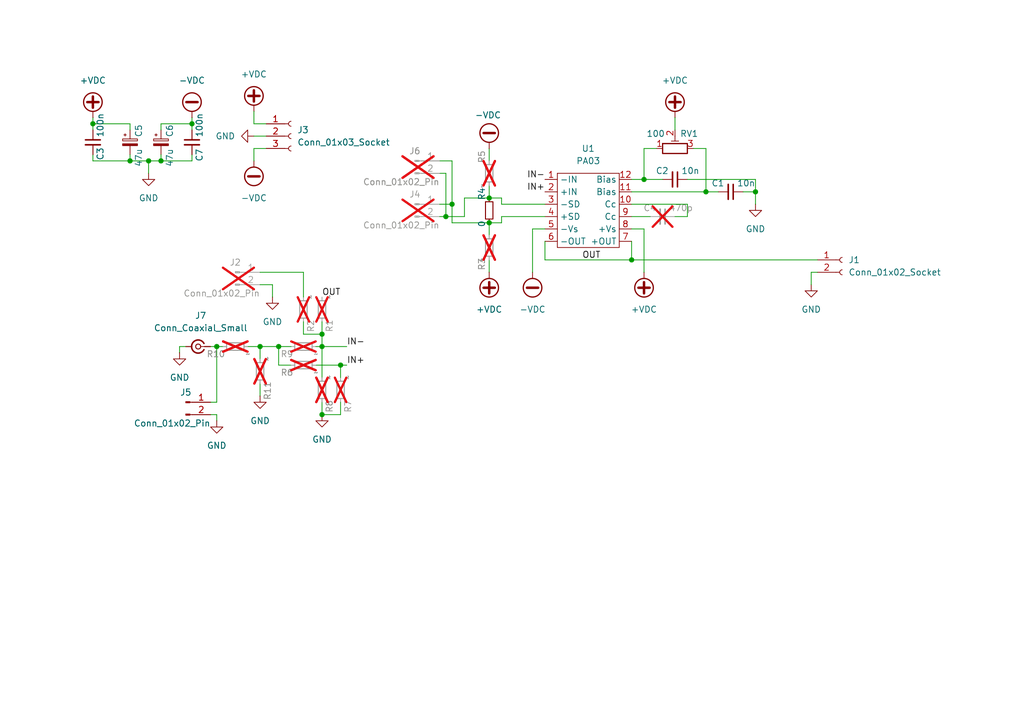
<source format=kicad_sch>
(kicad_sch (version 20231120) (generator "eeschema") (generator_version "8.0")
  (paper "A5")
  (title_block (title "PA03 Breakout Board") (date "2024-12-31") (rev "v1.0") (company "Peter Farley"))
  (lib_symbols
    (symbol "Connector:Conn_01x02_Pin" (pin_names (offset 1.016) hide)
      (property "Reference" "J" (at 0 2.54 0))
      (property "Value" "Conn_01x02_Pin" (at 0 -5.08 0))
      (symbol "Conn_01x02_Pin_1_1"
        (polyline (pts (xy 1.27 -2.54) (xy 0.8636 -2.54)) (stroke (width 0.1524)))
        (polyline (pts (xy 1.27 0) (xy 0.8636 0)) (stroke (width 0.1524)))
        (rectangle (start 0.8636 -2.413) (end 0 -2.667) (stroke (width 0.1524)) (fill (type outline)))
        (rectangle (start 0.8636 0.127) (end 0 -0.127) (stroke (width 0.1524)) (fill (type outline)))
        (pin passive line (at 5.08 0 180) (length 3.81) (name "Pin_1") (number "1"))
        (pin passive line (at 5.08 -2.54 180) (length 3.81) (name "Pin_2") (number "2"))
      )
    )
    (symbol "Connector:Conn_01x02_Socket" (pin_names (offset 1.016) hide)
      (property "Reference" "J" (at 0 2.54 0))
      (property "Value" "Conn_01x02_Socket" (at 0 -5.08 0))
      (symbol "Conn_01x02_Socket_1_1"
        (arc (start 0 -2.032) (mid -0.5058 -2.54) (end 0 -3.048) (stroke (width 0.1524)))
        (polyline (pts (xy -1.27 -2.54) (xy -0.508 -2.54)) (stroke (width 0.1524)))
        (polyline (pts (xy -1.27 0) (xy -0.508 0)) (stroke (width 0.1524)))
        (arc (start 0 0.508) (mid -0.5058 0) (end 0 -0.508) (stroke (width 0.1524)))
        (pin passive line (at -5.08 0 0) (length 3.81) (name "Pin_1") (number "1"))
        (pin passive line (at -5.08 -2.54 0) (length 3.81) (name "Pin_2") (number "2"))
      )
    )
    (symbol "Connector:Conn_01x03_Socket" (pin_names (offset 1.016) hide)
      (property "Reference" "J" (at 0 5.08 0))
      (property "Value" "Conn_01x03_Socket" (at 0 -5.08 0))
      (symbol "Conn_01x03_Socket_1_1"
        (arc (start 0 -2.032) (mid -0.5058 -2.54) (end 0 -3.048) (stroke (width 0.1524)))
        (polyline (pts (xy -1.27 -2.54) (xy -0.508 -2.54)) (stroke (width 0.1524)))
        (polyline (pts (xy -1.27 0) (xy -0.508 0)) (stroke (width 0.1524)))
        (polyline (pts (xy -1.27 2.54) (xy -0.508 2.54)) (stroke (width 0.1524)))
        (arc (start 0 0.508) (mid -0.5058 0) (end 0 -0.508) (stroke (width 0.1524)))
        (arc (start 0 3.048) (mid -0.5058 2.54) (end 0 2.032) (stroke (width 0.1524)))
        (pin passive line (at -5.08 2.54 0) (length 3.81) (name "Pin_1") (number "1"))
        (pin passive line (at -5.08 0 0) (length 3.81) (name "Pin_2") (number "2"))
        (pin passive line (at -5.08 -2.54 0) (length 3.81) (name "Pin_3") (number "3"))
      )
    )
    (symbol "Connector:Conn_Coaxial_Small" (pin_numbers hide) (pin_names (offset 1.016) hide)
      (property "Reference" "J" (at 0.254 3.048 0))
      (property "Value" "Conn_Coaxial_Small" (at 0 -3.81 0))
      (symbol "Conn_Coaxial_Small_0_1"
        (polyline (pts (xy -2.54 0) (xy -0.508 0)))
        (circle (center 0 0) (radius 0.508) (stroke (width 0.2032)))
      )
      (symbol "Conn_Coaxial_Small_1_1"
        (arc (start -1.1916 -0.6311) (mid 0.327 -1.3081) (end 1.3484 0.0039) (stroke (width 0.3048)))
        (arc (start 1.3484 -0.0039) (mid 0.327 1.3081) (end -1.1916 0.6311) (stroke (width 0.3048)))
        (pin passive line (at -2.54 0 0) (length 1.27) (name "In") (number "1"))
        (pin passive line (at 2.54 0 180) (length 1.27) (name "Ext") (number "2"))
      )
    )
    (symbol "Device:C_Polarized_Small" (pin_numbers hide) (pin_names (offset 0.254) hide)
      (property "Reference" "C" (at 0.254 1.778 0))
      (property "Value" "C_Polarized_Small" (at 0.254 -2.032 0))
      (symbol "C_Polarized_Small_0_1"
        (rectangle (start -1.524 -0.3048) (end 1.524 -0.6858) (fill (type outline)))
        (rectangle (start -1.524 0.6858) (end 1.524 0.3048))
        (polyline (pts (xy -1.27 1.524) (xy -0.762 1.524)))
        (polyline (pts (xy -1.016 1.27) (xy -1.016 1.778)))
      )
      (symbol "C_Polarized_Small_1_1"
        (pin passive line (at 0 2.54 270) (length 1.8542) (name "~") (number "1"))
        (pin passive line (at 0 -2.54 90) (length 1.8542) (name "~") (number "2"))
      )
    )
    (symbol "Device:C_Small" (pin_numbers hide) (pin_names (offset 0.254) hide)
      (property "Reference" "C" (at 0.254 1.778 0))
      (property "Value" "C_Small" (at 0.254 -2.032 0))
      (symbol "C_Small_0_1"
        (polyline (pts (xy -1.524 -0.508) (xy 1.524 -0.508)) (stroke (width 0.3302)))
        (polyline (pts (xy -1.524 0.508) (xy 1.524 0.508)) (stroke (width 0.3048)))
      )
      (symbol "C_Small_1_1"
        (pin passive line (at 0 2.54 270) (length 2.032) (name "~") (number "1"))
        (pin passive line (at 0 -2.54 90) (length 2.032) (name "~") (number "2"))
      )
    )
    (symbol "Device:R_Potentiometer_Trim" (pin_names (offset 1.016) hide)
      (property "Reference" "RV" (at -4.445 0 90))
      (property "Value" "R_Potentiometer_Trim" (at -2.54 0 90))
      (symbol "R_Potentiometer_Trim_0_1"
        (polyline (pts (xy 1.524 0.762) (xy 1.524 -0.762)))
        (polyline (pts (xy 2.54 0) (xy 1.524 0)))
        (rectangle (start 1.016 2.54) (end -1.016 -2.54) (stroke (width 0.254)))
      )
      (symbol "R_Potentiometer_Trim_1_1"
        (pin passive line (at 0 3.81 270) (length 1.27) (name "1") (number "1"))
        (pin passive line (at 3.81 0 180) (length 1.27) (name "2") (number "2"))
        (pin passive line (at 0 -3.81 90) (length 1.27) (name "3") (number "3"))
      )
    )
    (symbol "Device:R_Small" (pin_numbers hide) (pin_names (offset 0.254) hide)
      (property "Reference" "R" (at 0.762 0.508 0))
      (property "Value" "R_Small" (at 0.762 -1.016 0))
      (symbol "R_Small_0_1"
        (rectangle (start -0.762 1.778) (end 0.762 -1.778) (stroke (width 0.2032)))
      )
      (symbol "R_Small_1_1"
        (pin passive line (at 0 2.54 270) (length 0.762) (name "~") (number "1"))
        (pin passive line (at 0 -2.54 90) (length 0.762) (name "~") (number "2"))
      )
    )
    (symbol "Library:PA03"
      (property "Reference" "U" (at 0 1.27 0))
      (property "Value" "PA03" (at 0 -16.51 0))
      (symbol "PA03_0_1"
        (rectangle (start -6.35 0) (end 6.35 -15.24))
      )
      (symbol "PA03_1_1"
        (pin input line (at -8.89 -1.27 0) (length 2.54) (name "-IN") (number "1"))
        (pin unspecified line (at 8.89 -6.35 180) (length 2.54) (name "Cc") (number "10"))
        (pin unspecified line (at 8.89 -3.81 180) (length 2.54) (name "Bias") (number "11"))
        (pin unspecified line (at 8.89 -1.27 180) (length 2.54) (name "Bias") (number "12"))
        (pin input line (at -8.89 -3.81 0) (length 2.54) (name "+IN") (number "2"))
        (pin input line (at -8.89 -6.35 0) (length 2.54) (name "-SD") (number "3"))
        (pin input line (at -8.89 -8.89 0) (length 2.54) (name "+SD") (number "4"))
        (pin power_in line (at -8.89 -11.43 0) (length 2.54) (name "-Vs") (number "5"))
        (pin output line (at -8.89 -13.97 0) (length 2.54) (name "-OUT") (number "6"))
        (pin output line (at 8.89 -13.97 180) (length 2.54) (name "+OUT") (number "7"))
        (pin power_in line (at 8.89 -11.43 180) (length 2.54) (name "+Vs") (number "8"))
        (pin unspecified line (at 8.89 -8.89 180) (length 2.54) (name "Cc") (number "9"))
      )
    )
    (symbol "power:+VDC" (power) (pin_numbers hide) (pin_names (offset 0) hide)
      (property "Value" "+VDC" (at 0 6.35 0))
      (symbol "+VDC_0_1"
        (polyline (pts (xy -1.143 3.175) (xy 1.143 3.175)) (stroke (width 0.508)))
        (polyline (pts (xy 0 0) (xy 0 1.27)))
        (polyline (pts (xy 0 2.032) (xy 0 4.318)) (stroke (width 0.508)))
        (circle (center 0 3.175) (radius 1.905) (stroke (width 0.254)))
      )
      (symbol "+VDC_1_1"
        (pin power_in line (at 0 0 90) (length 0) (name "~") (number "1"))
      )
    )
    (symbol "power:-VDC" (power) (pin_numbers hide) (pin_names (offset 0) hide)
      (property "Value" "-VDC" (at 0 6.35 0))
      (symbol "-VDC_0_1"
        (polyline (pts (xy -1.143 3.175) (xy 1.143 3.175)) (stroke (width 0.508)))
        (polyline (pts (xy 0 0) (xy 0 1.27)))
        (circle (center 0 3.175) (radius 1.905) (stroke (width 0.254)))
      )
      (symbol "-VDC_1_1"
        (pin power_in line (at 0 0 90) (length 0) (name "~") (number "1"))
      )
    )
    (symbol "power:GND" (power) (pin_numbers hide) (pin_names (offset 0) hide)
      (property "Value" "GND" (at 0 -3.81 0))
      (symbol "GND_0_1"
        (polyline (pts (xy 0 0) (xy 0 -1.27) (xy 1.27 -1.27) (xy 0 -2.54) (xy -1.27 -1.27) (xy 0 -1.27)))
      )
      (symbol "GND_1_1"
        (pin power_in line (at 0 0 270) (length 0) (name "~") (number "1"))
      )
    )
  )
  (junction (at 57.15 71.12))
  (junction (at 44.45 71.12))
  (junction (at 132.08 36.83))
  (junction (at 33.02 33.02))
  (junction (at 26.67 33.02))
  (junction (at 129.54 53.34))
  (junction (at 53.34 71.12))
  (junction (at 19.05 25.4))
  (junction (at 100.33 45.72))
  (junction (at 66.04 71.12))
  (junction (at 39.37 25.4))
  (junction (at 66.04 85.09))
  (junction (at 69.85 74.93))
  (junction (at 66.04 68.58))
  (junction (at 30.48 33.02))
  (junction (at 92.71 41.91))
  (junction (at 100.33 40.64))
  (junction (at 154.94 39.37))
  (junction (at 91.44 44.45))
  (junction (at 144.78 39.37))
  (wire (pts (xy 69.85 74.93) (xy 69.85 77.47)))
  (wire (pts (xy 69.85 74.93) (xy 64.77 74.93)))
  (wire (pts (xy 129.54 39.37) (xy 144.78 39.37)))
  (wire (pts (xy 129.54 46.99) (xy 132.08 46.99)))
  (wire (pts (xy 52.07 25.4) (xy 52.07 22.86)))
  (wire (pts (xy 44.45 85.09) (xy 44.45 86.36)))
  (wire (pts (xy 43.18 71.12) (xy 44.45 71.12)))
  (wire (pts (xy 100.33 40.64) (xy 102.87 40.64)))
  (wire (pts (xy 69.85 82.55) (xy 69.85 85.09)))
  (wire (pts (xy 111.76 49.53) (xy 111.76 53.34)))
  (wire (pts (xy 132.08 36.83) (xy 129.54 36.83)))
  (wire (pts (xy 53.34 71.12) (xy 53.34 73.66)))
  (wire (pts (xy 132.08 36.83) (xy 135.89 36.83)))
  (wire (pts (xy 129.54 41.91) (xy 140.97 41.91)))
  (wire (pts (xy 33.02 26.67) (xy 33.02 25.4)))
  (wire (pts (xy 144.78 39.37) (xy 144.78 30.48)))
  (wire (pts (xy 50.8 71.12) (xy 53.34 71.12)))
  (wire (pts (xy 95.25 40.64) (xy 100.33 40.64)))
  (wire (pts (xy 92.71 45.72) (xy 100.33 45.72)))
  (wire (pts (xy 100.33 53.34) (xy 100.33 55.88)))
  (wire (pts (xy 43.18 85.09) (xy 44.45 85.09)))
  (wire (pts (xy 66.04 66.04) (xy 66.04 68.58)))
  (wire (pts (xy 53.34 78.74) (xy 53.34 81.28)))
  (wire (pts (xy 111.76 46.99) (xy 109.22 46.99)))
  (wire (pts (xy 57.15 71.12) (xy 57.15 74.93)))
  (wire (pts (xy 140.97 44.45) (xy 138.43 44.45)))
  (wire (pts (xy 167.64 53.34) (xy 129.54 53.34)))
  (wire (pts (xy 44.45 71.12) (xy 45.72 71.12)))
  (wire (pts (xy 66.04 71.12) (xy 64.77 71.12)))
  (wire (pts (xy 154.94 39.37) (xy 154.94 41.91)))
  (wire (pts (xy 55.88 58.42) (xy 55.88 60.96)))
  (wire (pts (xy 152.4 39.37) (xy 154.94 39.37)))
  (wire (pts (xy 19.05 25.4) (xy 19.05 24.13)))
  (wire (pts (xy 36.83 72.39) (xy 36.83 71.12)))
  (wire (pts (xy 132.08 46.99) (xy 132.08 55.88)))
  (wire (pts (xy 54.61 25.4) (xy 52.07 25.4)))
  (wire (pts (xy 19.05 25.4) (xy 19.05 26.67)))
  (wire (pts (xy 66.04 82.55) (xy 66.04 85.09)))
  (wire (pts (xy 91.44 35.56) (xy 91.44 44.45)))
  (wire (pts (xy 102.87 40.64) (xy 102.87 41.91)))
  (wire (pts (xy 36.83 71.12) (xy 38.1 71.12)))
  (wire (pts (xy 33.02 31.75) (xy 33.02 33.02)))
  (wire (pts (xy 100.33 45.72) (xy 100.33 48.26)))
  (wire (pts (xy 166.37 58.42) (xy 166.37 55.88)))
  (wire (pts (xy 66.04 71.12) (xy 66.04 77.47)))
  (wire (pts (xy 52.07 27.94) (xy 54.61 27.94)))
  (wire (pts (xy 144.78 39.37) (xy 147.32 39.37)))
  (wire (pts (xy 102.87 44.45) (xy 111.76 44.45)))
  (wire (pts (xy 62.23 55.88) (xy 53.34 55.88)))
  (wire (pts (xy 154.94 36.83) (xy 154.94 39.37)))
  (wire (pts (xy 44.45 82.55) (xy 44.45 71.12)))
  (wire (pts (xy 138.43 24.13) (xy 138.43 26.67)))
  (wire (pts (xy 90.17 35.56) (xy 91.44 35.56)))
  (wire (pts (xy 39.37 25.4) (xy 39.37 26.67)))
  (wire (pts (xy 26.67 33.02) (xy 30.48 33.02)))
  (wire (pts (xy 166.37 55.88) (xy 167.64 55.88)))
  (wire (pts (xy 33.02 25.4) (xy 39.37 25.4)))
  (wire (pts (xy 62.23 68.58) (xy 66.04 68.58)))
  (wire (pts (xy 52.07 30.48) (xy 52.07 33.02)))
  (wire (pts (xy 39.37 31.75) (xy 39.37 33.02)))
  (wire (pts (xy 71.12 74.93) (xy 69.85 74.93)))
  (wire (pts (xy 100.33 45.72) (xy 102.87 45.72)))
  (wire (pts (xy 134.62 30.48) (xy 132.08 30.48)))
  (wire (pts (xy 90.17 33.02) (xy 92.71 33.02)))
  (wire (pts (xy 30.48 33.02) (xy 30.48 35.56)))
  (wire (pts (xy 62.23 66.04) (xy 62.23 68.58)))
  (wire (pts (xy 144.78 30.48) (xy 142.24 30.48)))
  (wire (pts (xy 102.87 41.91) (xy 111.76 41.91)))
  (wire (pts (xy 53.34 58.42) (xy 55.88 58.42)))
  (wire (pts (xy 39.37 25.4) (xy 39.37 24.13)))
  (wire (pts (xy 53.34 71.12) (xy 57.15 71.12)))
  (wire (pts (xy 19.05 33.02) (xy 26.67 33.02)))
  (wire (pts (xy 43.18 82.55) (xy 44.45 82.55)))
  (wire (pts (xy 92.71 41.91) (xy 92.71 45.72)))
  (wire (pts (xy 129.54 44.45) (xy 133.35 44.45)))
  (wire (pts (xy 111.76 53.34) (xy 129.54 53.34)))
  (wire (pts (xy 69.85 85.09) (xy 66.04 85.09)))
  (wire (pts (xy 19.05 31.75) (xy 19.05 33.02)))
  (wire (pts (xy 95.25 40.64) (xy 95.25 44.45)))
  (wire (pts (xy 59.69 71.12) (xy 57.15 71.12)))
  (wire (pts (xy 66.04 68.58) (xy 66.04 71.12)))
  (wire (pts (xy 71.12 71.12) (xy 66.04 71.12)))
  (wire (pts (xy 62.23 60.96) (xy 62.23 55.88)))
  (wire (pts (xy 129.54 53.34) (xy 129.54 49.53)))
  (wire (pts (xy 90.17 41.91) (xy 92.71 41.91)))
  (wire (pts (xy 95.25 44.45) (xy 91.44 44.45)))
  (wire (pts (xy 140.97 36.83) (xy 154.94 36.83)))
  (wire (pts (xy 100.33 38.1) (xy 100.33 40.64)))
  (wire (pts (xy 100.33 30.48) (xy 100.33 33.02)))
  (wire (pts (xy 33.02 33.02) (xy 39.37 33.02)))
  (wire (pts (xy 102.87 45.72) (xy 102.87 44.45)))
  (wire (pts (xy 132.08 30.48) (xy 132.08 36.83)))
  (wire (pts (xy 26.67 31.75) (xy 26.67 33.02)))
  (wire (pts (xy 140.97 41.91) (xy 140.97 44.45)))
  (wire (pts (xy 90.17 44.45) (xy 91.44 44.45)))
  (wire (pts (xy 33.02 33.02) (xy 30.48 33.02)))
  (wire (pts (xy 26.67 26.67) (xy 26.67 25.4)))
  (wire (pts (xy 109.22 46.99) (xy 109.22 55.88)))
  (wire (pts (xy 54.61 30.48) (xy 52.07 30.48)))
  (wire (pts (xy 26.67 25.4) (xy 19.05 25.4)))
  (wire (pts (xy 92.71 33.02) (xy 92.71 41.91)))
  (wire (pts (xy 57.15 74.93) (xy 59.69 74.93)))
  (label "IN+" (at 71.12 74.93 0))
  (label "IN+" (at 111.76 39.37 180))
  (label "IN-" (at 71.12 71.12 0))
  (label "OUT" (at 66.04 60.96 0))
  (label "OUT" (at 119.38 53.34 0))
  (label "IN-" (at 111.76 36.83 180))
  (symbol (lib_id "Connector:Conn_01x02_Socket") (at 172.72 53.34 0) (unit 1)
    (property "Reference" "J1" (at 173.99 53.3399 0) (effects (justify left)))
    (property "Value" "Conn_01x02_Socket" (at 173.99 55.8799 0) (effects (justify left)))
    (property "Footprint" "Connector_Phoenix_MSTB:PhoenixContact_MSTBA_2,5_2-G-5,08_1x02_P5.08mm_Horizontal" (effects (hide yes)))
    (property "Description" "Generic connector, single row, 01x02, script generated" (effects (hide yes)))
  )
  (symbol (lib_id "power:GND") (at 44.45 86.36 0) (unit 1)
    (property "Reference" "#PWR017" (effects (hide yes)))
    (property "Value" "GND" (at 44.45 91.44 0))
    (property "Description" "Power symbol creates a global label with name \"GND\" , ground" (effects (hide yes)))
  )
  (symbol (lib_id "Device:C_Small") (at 19.05 29.21 0) (unit 1)
    (property "Reference" "C3" (at 20.574 30.226 90) (effects (justify right)))
    (property "Value" "100n" (at 20.574 28.194 90) (effects (justify left)))
    (property "Footprint" "Capacitor_SMD:C_0603_1608Metric" (effects (hide yes)))
    (property "Description" "Unpolarized capacitor, small symbol" (effects (hide yes)))
  )
  (symbol (lib_id "power:GND") (at 55.88 60.96 0) (unit 1)
    (property "Reference" "#PWR018" (effects (hide yes)))
    (property "Value" "GND" (at 55.88 66.04 0))
    (property "Description" "Power symbol creates a global label with name \"GND\" , ground" (effects (hide yes)))
  )
  (symbol (lib_id "Device:R_Small") (at 62.23 63.5 180) (unit 1) (dnp yes)
    (property "Reference" "R2" (at 63.754 65.532 90) (effects (justify left)))
    (property "Value" "~" (at 63.754 61.468 90) (effects (justify right)))
    (property "Footprint" "Resistor_SMD:R_0603_1608Metric" (effects (hide yes)))
    (property "Description" "Resistor, small symbol" (effects (hide yes)))
  )
  (symbol (lib_id "Device:R_Small") (at 66.04 80.01 180) (unit 1) (dnp yes)
    (property "Reference" "R8" (at 67.564 82.042 90) (effects (justify left)))
    (property "Value" "~" (at 67.564 77.978 90) (effects (justify right)))
    (property "Footprint" "Resistor_SMD:R_0603_1608Metric" (effects (hide yes)))
    (property "Description" "Resistor, small symbol" (effects (hide yes)))
  )
  (symbol (lib_id "Device:R_Small") (at 62.23 74.93 90) (unit 1) (dnp yes)
    (property "Reference" "R6" (at 60.198 76.454 90) (effects (justify left)))
    (property "Value" "~" (at 64.262 76.454 90) (effects (justify right)))
    (property "Footprint" "Resistor_SMD:R_0603_1608Metric" (effects (hide yes)))
    (property "Description" "Resistor, small symbol" (effects (hide yes)))
  )
  (symbol (lib_id "Device:C_Polarized_Small") (at 26.67 29.21 0) (unit 1)
    (property "Reference" "C5" (at 28.448 28.194 90) (effects (justify left)))
    (property "Value" "47u" (at 28.448 30.48 90) (effects (justify right)))
    (property "Footprint" "Capacitor_SMD:CP_Elec_8x10" (effects (hide yes)))
    (property "Description" "Polarized capacitor, small symbol" (effects (hide yes)))
  )
  (symbol (lib_id "Device:C_Polarized_Small") (at 33.02 29.21 0) (unit 1)
    (property "Reference" "C6" (at 34.798 28.194 90) (effects (justify left)))
    (property "Value" "47u" (at 34.798 30.48 90) (effects (justify right)))
    (property "Footprint" "Capacitor_SMD:CP_Elec_8x10" (effects (hide yes)))
    (property "Description" "Polarized capacitor, small symbol" (effects (hide yes)))
  )
  (symbol (lib_id "Connector:Conn_01x02_Pin") (at 38.1 82.55 0) (unit 1)
    (property "Reference" "J5" (at 38.1 80.518 0))
    (property "Value" "Conn_01x02_Pin" (at 35.306 86.868 0))
    (property "Footprint" "Connector_Phoenix_MC:PhoenixContact_MC_1,5_2-G-3.81_1x02_P3.81mm_Horizontal" (effects (hide yes)))
    (property "Description" "Generic connector, single row, 01x02, script generated" (effects (hide yes)))
  )
  (symbol (lib_id "Device:R_Small") (at 69.85 80.01 180) (unit 1) (dnp yes)
    (property "Reference" "R7" (at 71.374 82.042 90) (effects (justify left)))
    (property "Value" "~" (at 71.374 77.978 90) (effects (justify right)))
    (property "Footprint" "Resistor_SMD:R_0603_1608Metric" (effects (hide yes)))
    (property "Description" "Resistor, small symbol" (effects (hide yes)))
  )
  (symbol (lib_id "power:GND") (at 154.94 41.91 0) (unit 1)
    (property "Reference" "#PWR06" (effects (hide yes)))
    (property "Value" "GND" (at 154.94 46.99 0))
    (property "Description" "Power symbol creates a global label with name \"GND\" , ground" (effects (hide yes)))
  )
  (symbol (lib_id "Device:C_Small") (at 138.43 36.83 270) (unit 1)
    (property "Reference" "C2" (at 137.16 35.052 90) (effects (justify right)))
    (property "Value" "10n" (at 139.7 35.052 90) (effects (justify left)))
    (property "Footprint" "Capacitor_SMD:C_0603_1608Metric" (effects (hide yes)))
    (property "Description" "Unpolarized capacitor, small symbol" (effects (hide yes)))
  )
  (symbol (lib_id "Device:R_Small") (at 53.34 76.2 180) (unit 1) (dnp yes)
    (property "Reference" "R11" (at 54.864 78.232 90) (effects (justify left)))
    (property "Value" "~" (at 54.864 74.168 90) (effects (justify right)))
    (property "Footprint" "Resistor_SMD:R_0603_1608Metric" (effects (hide yes)))
    (property "Description" "Resistor, small symbol" (effects (hide yes)))
  )
  (symbol (lib_id "Connector:Conn_Coaxial_Small") (at 40.64 71.12 0) (mirror y) (unit 1)
    (property "Reference" "J7" (at 41.1595 64.77 0))
    (property "Value" "Conn_Coaxial_Small" (at 41.1595 67.31 0))
    (property "Footprint" "Library:Generic_SMA_BoardEdge" (effects (hide yes)))
    (property "Description" "small coaxial connector (BNC, SMA, SMB, SMC, Cinch/RCA, LEMO, ...)" (effects (hide yes)))
  )
  (symbol (lib_id "power:-VDC") (at 39.37 24.13 0) (unit 1)
    (property "Reference" "#PWR02" (effects (hide yes)))
    (property "Value" "-VDC" (at 39.37 16.51 0))
    (property "Description" "Power symbol creates a global label with name \"-VDC\"" (effects (hide yes)))
  )
  (symbol (lib_id "Device:R_Small") (at 48.26 71.12 90) (unit 1) (dnp yes)
    (property "Reference" "R10" (at 46.228 72.644 90) (effects (justify left)))
    (property "Value" "~" (at 50.292 72.644 90) (effects (justify right)))
    (property "Footprint" "Resistor_SMD:R_0603_1608Metric" (effects (hide yes)))
    (property "Description" "Resistor, small symbol" (effects (hide yes)))
  )
  (symbol (lib_id "Device:R_Small") (at 66.04 63.5 180) (unit 1) (dnp yes)
    (property "Reference" "R1" (at 67.564 65.532 90) (effects (justify left)))
    (property "Value" "~" (at 67.564 61.468 90) (effects (justify right)))
    (property "Footprint" "Resistor_SMD:R_0603_1608Metric" (effects (hide yes)))
    (property "Description" "Resistor, small symbol" (effects (hide yes)))
  )
  (symbol (lib_id "Connector:Conn_01x02_Pin") (at 85.09 41.91 0) (unit 1) (dnp yes)
    (property "Reference" "J4" (at 85.09 39.878 0))
    (property "Value" "Conn_01x02_Pin" (at 82.296 46.228 0))
    (property "Footprint" "Connector_PinHeader_2.54mm:PinHeader_1x02_P2.54mm_Vertical" (effects (hide yes)))
    (property "Description" "Generic connector, single row, 01x02, script generated" (effects (hide yes)))
  )
  (symbol (lib_id "power:GND") (at 36.83 72.39 0) (unit 1)
    (property "Reference" "#PWR015" (effects (hide yes)))
    (property "Value" "GND" (at 36.83 77.47 0))
    (property "Description" "Power symbol creates a global label with name \"GND\" , ground" (effects (hide yes)))
  )
  (symbol (lib_id "power:+VDC") (at 138.43 24.13 0) (unit 1)
    (property "Reference" "#PWR07" (effects (hide yes)))
    (property "Value" "+VDC" (at 138.43 16.51 0))
    (property "Description" "Power symbol creates a global label with name \"+VDC\"" (effects (hide yes)))
  )
  (symbol (lib_id "power:+VDC") (at 100.33 55.88 180) (unit 1)
    (property "Reference" "#PWR013" (effects (hide yes)))
    (property "Value" "+VDC" (at 100.33 63.5 0))
    (property "Description" "Power symbol creates a global label with name \"+VDC\"" (effects (hide yes)))
  )
  (symbol (lib_id "power:+VDC") (at 19.05 24.13 0) (unit 1)
    (property "Reference" "#PWR01" (effects (hide yes)))
    (property "Value" "+VDC" (at 19.05 16.51 0))
    (property "Description" "Power symbol creates a global label with name \"+VDC\"" (effects (hide yes)))
  )
  (symbol (lib_id "power:+VDC") (at 52.07 22.86 0) (unit 1)
    (property "Reference" "#PWR09" (effects (hide yes)))
    (property "Value" "+VDC" (at 52.07 15.24 0))
    (property "Description" "Power symbol creates a global label with name \"+VDC\"" (effects (hide yes)))
  )
  (symbol (lib_id "Device:R_Small") (at 100.33 43.18 0) (unit 1)
    (property "Reference" "R4" (at 98.806 41.148 90) (effects (justify left)))
    (property "Value" "0" (at 98.806 45.212 90) (effects (justify right)))
    (property "Footprint" "Resistor_SMD:R_0603_1608Metric" (effects (hide yes)))
    (property "Description" "Resistor, small symbol" (effects (hide yes)))
  )
  (symbol (lib_id "Device:R_Small") (at 100.33 50.8 0) (unit 1) (dnp yes)
    (property "Reference" "R3" (at 98.806 52.832 90) (effects (justify right)))
    (property "Value" "~" (at 98.806 52.832 90) (effects (justify right)))
    (property "Footprint" "Resistor_SMD:R_0603_1608Metric" (effects (hide yes)))
    (property "Description" "Resistor, small symbol" (effects (hide yes)))
  )
  (symbol (lib_id "Connector:Conn_01x02_Pin") (at 48.26 55.88 0) (unit 1) (dnp yes)
    (property "Reference" "J2" (at 48.26 53.848 0))
    (property "Value" "Conn_01x02_Pin" (at 45.466 60.198 0))
    (property "Footprint" "Connector_Phoenix_MC:PhoenixContact_MC_1,5_2-G-3.81_1x02_P3.81mm_Horizontal" (effects (hide yes)))
    (property "Description" "Generic connector, single row, 01x02, script generated" (effects (hide yes)))
  )
  (symbol (lib_id "Device:C_Small") (at 39.37 29.21 0) (unit 1)
    (property "Reference" "C7" (at 40.894 30.48 90) (effects (justify right)))
    (property "Value" "100n" (at 40.894 28.194 90) (effects (justify left)))
    (property "Footprint" "Capacitor_SMD:C_0603_1608Metric" (effects (hide yes)))
    (property "Description" "Unpolarized capacitor, small symbol" (effects (hide yes)))
  )
  (symbol (lib_id "Connector:Conn_01x03_Socket") (at 59.69 27.94 0) (unit 1)
    (property "Reference" "J3" (at 60.96 26.6699 0) (effects (justify left)))
    (property "Value" "Conn_01x03_Socket" (at 60.96 29.2099 0) (effects (justify left)))
    (property "Footprint" "Connector_Phoenix_MSTB:PhoenixContact_MSTBA_2,5_3-G-5,08_1x03_P5.08mm_Horizontal" (effects (hide yes)))
    (property "Description" "Generic connector, single row, 01x03, script generated" (effects (hide yes)))
  )
  (symbol (lib_id "power:GND") (at 30.48 35.56 0) (unit 1)
    (property "Reference" "#PWR03" (effects (hide yes)))
    (property "Value" "GND" (at 30.48 40.64 0))
    (property "Description" "Power symbol creates a global label with name \"GND\" , ground" (effects (hide yes)))
  )
  (symbol (lib_id "power:GND") (at 52.07 27.94 270) (unit 1)
    (property "Reference" "#PWR011" (effects (hide yes)))
    (property "Value" "GND" (at 48.26 27.9399 90) (effects (justify right)))
    (property "Description" "Power symbol creates a global label with name \"GND\" , ground" (effects (hide yes)))
  )
  (symbol (lib_id "Library:PA03") (at 120.65 35.56 0) (unit 1)
    (property "Reference" "U1" (at 120.65 30.48 0))
    (property "Value" "PA03" (at 120.65 33.02 0))
    (property "Footprint" "Library:PA03" (effects (hide yes)))
  )
  (symbol (lib_id "Device:C_Small") (at 135.89 44.45 270) (unit 1) (dnp yes)
    (property "Reference" "C4" (at 134.62 42.672 90) (effects (justify right)))
    (property "Value" "470p" (at 137.16 42.672 90) (effects (justify left)))
    (property "Footprint" "Capacitor_SMD:C_0603_1608Metric" (effects (hide yes)))
    (property "Description" "Unpolarized capacitor, small symbol" (effects (hide yes)))
  )
  (symbol (lib_id "power:+VDC") (at 132.08 55.88 180) (unit 1)
    (property "Reference" "#PWR04" (effects (hide yes)))
    (property "Value" "+VDC" (at 132.08 63.5 0))
    (property "Description" "Power symbol creates a global label with name \"+VDC\"" (effects (hide yes)))
  )
  (symbol (lib_id "power:GND") (at 166.37 58.42 0) (unit 1)
    (property "Reference" "#PWR08" (effects (hide yes)))
    (property "Value" "GND" (at 166.37 63.5 0))
    (property "Description" "Power symbol creates a global label with name \"GND\" , ground" (effects (hide yes)))
  )
  (symbol (lib_id "power:-VDC") (at 100.33 30.48 0) (unit 1)
    (property "Reference" "#PWR012" (effects (hide yes)))
    (property "Value" "-VDC" (at 100.076 23.622 0))
    (property "Description" "Power symbol creates a global label with name \"-VDC\"" (effects (hide yes)))
  )
  (symbol (lib_id "Device:R_Potentiometer_Trim") (at 138.43 30.48 90) (unit 1)
    (property "Reference" "RV1" (at 139.446 27.432 90) (effects (justify right)))
    (property "Value" "100" (at 136.398 27.432 90) (effects (justify left)))
    (property "Footprint" "Potentiometer_SMD:Potentiometer_Bourns_TC33X_Vertical" (effects (hide yes)))
    (property "Description" "Trim-potentiometer" (effects (hide yes)))
  )
  (symbol (lib_id "power:GND") (at 53.34 81.28 0) (unit 1)
    (property "Reference" "#PWR016" (effects (hide yes)))
    (property "Value" "GND" (at 53.34 86.36 0))
    (property "Description" "Power symbol creates a global label with name \"GND\" , ground" (effects (hide yes)))
  )
  (symbol (lib_id "power:-VDC") (at 52.07 33.02 180) (unit 1)
    (property "Reference" "#PWR010" (effects (hide yes)))
    (property "Value" "-VDC" (at 52.07 40.64 0))
    (property "Description" "Power symbol creates a global label with name \"-VDC\"" (effects (hide yes)))
  )
  (symbol (lib_id "Connector:Conn_01x02_Pin") (at 85.09 33.02 0) (unit 1) (dnp yes)
    (property "Reference" "J6" (at 85.09 30.988 0))
    (property "Value" "Conn_01x02_Pin" (at 82.296 37.338 0))
    (property "Footprint" "Connector_Phoenix_MC:PhoenixContact_MC_1,5_2-G-3.81_1x02_P3.81mm_Horizontal" (effects (hide yes)))
    (property "Description" "Generic connector, single row, 01x02, script generated" (effects (hide yes)))
  )
  (symbol (lib_id "Device:R_Small") (at 62.23 71.12 90) (unit 1) (dnp yes)
    (property "Reference" "R9" (at 60.198 72.644 90) (effects (justify left)))
    (property "Value" "~" (at 64.262 72.644 90) (effects (justify right)))
    (property "Footprint" "Resistor_SMD:R_0603_1608Metric" (effects (hide yes)))
    (property "Description" "Resistor, small symbol" (effects (hide yes)))
  )
  (symbol (lib_id "Device:C_Small") (at 149.86 39.37 270) (unit 1)
    (property "Reference" "C1" (at 148.59 37.592 90) (effects (justify right)))
    (property "Value" "10n" (at 151.13 37.592 90) (effects (justify left)))
    (property "Footprint" "Capacitor_SMD:C_0603_1608Metric" (effects (hide yes)))
    (property "Description" "Unpolarized capacitor, small symbol" (effects (hide yes)))
  )
  (symbol (lib_id "Device:R_Small") (at 100.33 35.56 0) (unit 1) (dnp yes)
    (property "Reference" "R5" (at 98.806 33.528 90) (effects (justify left)))
    (property "Value" "~" (at 98.806 37.592 90) (effects (justify right)))
    (property "Footprint" "Resistor_SMD:R_0603_1608Metric" (effects (hide yes)))
    (property "Description" "Resistor, small symbol" (effects (hide yes)))
  )
  (symbol (lib_id "power:-VDC") (at 109.22 55.88 180) (unit 1)
    (property "Reference" "#PWR05" (effects (hide yes)))
    (property "Value" "-VDC" (at 109.22 63.5 0))
    (property "Description" "Power symbol creates a global label with name \"-VDC\"" (effects (hide yes)))
  )
  (symbol (lib_id "power:GND") (at 66.04 85.09 0) (unit 1)
    (property "Reference" "#PWR014" (effects (hide yes)))
    (property "Value" "GND" (at 66.04 90.17 0))
    (property "Description" "Power symbol creates a global label with name \"GND\" , ground" (effects (hide yes)))
  )
)
</source>
